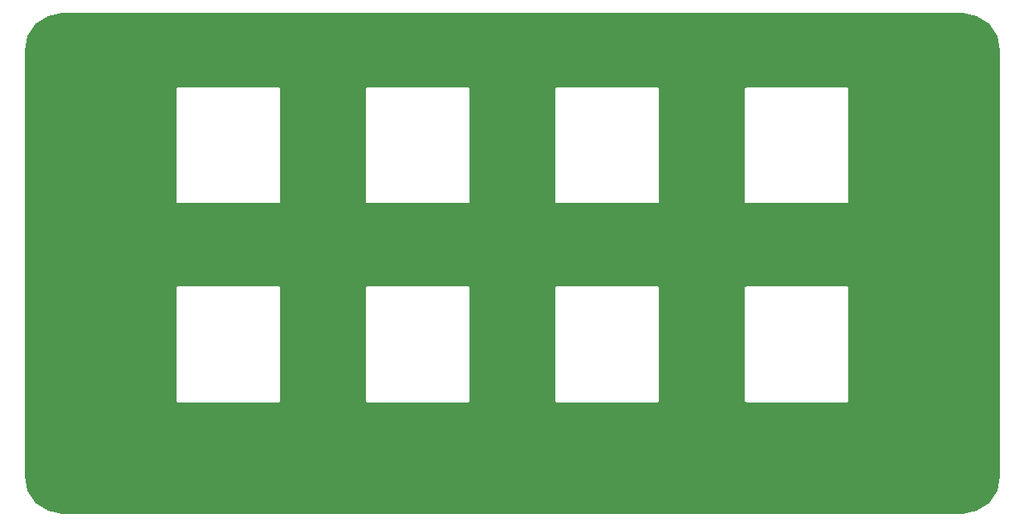
<source format=gbr>
G04 #@! TF.FileFunction,Copper,L1,Top,Signal*
%FSLAX46Y46*%
G04 Gerber Fmt 4.6, Leading zero omitted, Abs format (unit mm)*
G04 Created by KiCad (PCBNEW 4.0.4+e1-6308~48~ubuntu15.10.1-stable) date Thu Jan 25 11:02:50 2018*
%MOMM*%
%LPD*%
G01*
G04 APERTURE LIST*
%ADD10C,0.100000*%
%ADD11C,4.000000*%
%ADD12C,6.000000*%
%ADD13C,0.254000*%
G04 APERTURE END LIST*
D10*
D11*
X238013240Y-76570840D03*
D12*
X149164040Y-113101120D03*
X244190520Y-113090960D03*
X244190520Y-68102480D03*
X149153880Y-68102480D03*
D13*
G36*
X245638599Y-64570096D02*
X246874500Y-65395899D01*
X247700303Y-66631800D01*
X247993754Y-68107078D01*
X247993754Y-113092212D01*
X247700303Y-114567490D01*
X246874500Y-115803391D01*
X245638599Y-116629194D01*
X244163321Y-116922645D01*
X149178187Y-116922645D01*
X147702909Y-116629194D01*
X146467008Y-115803391D01*
X145641205Y-114567490D01*
X145347754Y-113092212D01*
X145347754Y-93099645D01*
X161098754Y-93099645D01*
X161098754Y-105199645D01*
X161112227Y-105267380D01*
X161150596Y-105324803D01*
X161208019Y-105363172D01*
X161275754Y-105376645D01*
X172075754Y-105376645D01*
X172143489Y-105363172D01*
X172200912Y-105324803D01*
X172239281Y-105267380D01*
X172252754Y-105199645D01*
X172252754Y-93099645D01*
X181098754Y-93099645D01*
X181098754Y-105199645D01*
X181112227Y-105267380D01*
X181150596Y-105324803D01*
X181208019Y-105363172D01*
X181275754Y-105376645D01*
X192075754Y-105376645D01*
X192143489Y-105363172D01*
X192200912Y-105324803D01*
X192239281Y-105267380D01*
X192252754Y-105199645D01*
X192252754Y-93099645D01*
X201088754Y-93099645D01*
X201088754Y-105199645D01*
X201102227Y-105267380D01*
X201140596Y-105324803D01*
X201198019Y-105363172D01*
X201265754Y-105376645D01*
X212065754Y-105376645D01*
X212133489Y-105363172D01*
X212190912Y-105324803D01*
X212229281Y-105267380D01*
X212242754Y-105199645D01*
X212242754Y-93099645D01*
X221088754Y-93099645D01*
X221088754Y-105199645D01*
X221102227Y-105267380D01*
X221140596Y-105324803D01*
X221198019Y-105363172D01*
X221265754Y-105376645D01*
X232065754Y-105376645D01*
X232133489Y-105363172D01*
X232190912Y-105324803D01*
X232229281Y-105267380D01*
X232242754Y-105199645D01*
X232242754Y-93099645D01*
X232229281Y-93031910D01*
X232190912Y-92974487D01*
X232133489Y-92936118D01*
X232065754Y-92922645D01*
X221265754Y-92922645D01*
X221198019Y-92936118D01*
X221140596Y-92974487D01*
X221102227Y-93031910D01*
X221088754Y-93099645D01*
X212242754Y-93099645D01*
X212229281Y-93031910D01*
X212190912Y-92974487D01*
X212133489Y-92936118D01*
X212065754Y-92922645D01*
X201265754Y-92922645D01*
X201198019Y-92936118D01*
X201140596Y-92974487D01*
X201102227Y-93031910D01*
X201088754Y-93099645D01*
X192252754Y-93099645D01*
X192239281Y-93031910D01*
X192200912Y-92974487D01*
X192143489Y-92936118D01*
X192075754Y-92922645D01*
X181275754Y-92922645D01*
X181208019Y-92936118D01*
X181150596Y-92974487D01*
X181112227Y-93031910D01*
X181098754Y-93099645D01*
X172252754Y-93099645D01*
X172239281Y-93031910D01*
X172200912Y-92974487D01*
X172143489Y-92936118D01*
X172075754Y-92922645D01*
X161275754Y-92922645D01*
X161208019Y-92936118D01*
X161150596Y-92974487D01*
X161112227Y-93031910D01*
X161098754Y-93099645D01*
X145347754Y-93099645D01*
X145347754Y-72099645D01*
X161098754Y-72099645D01*
X161098754Y-84199645D01*
X161112227Y-84267380D01*
X161150596Y-84324803D01*
X161208019Y-84363172D01*
X161275754Y-84376645D01*
X172075754Y-84376645D01*
X172143489Y-84363172D01*
X172200912Y-84324803D01*
X172239281Y-84267380D01*
X172252754Y-84199645D01*
X172252754Y-72099645D01*
X181098754Y-72099645D01*
X181098754Y-84199645D01*
X181112227Y-84267380D01*
X181150596Y-84324803D01*
X181208019Y-84363172D01*
X181275754Y-84376645D01*
X192075754Y-84376645D01*
X192143489Y-84363172D01*
X192200912Y-84324803D01*
X192239281Y-84267380D01*
X192252754Y-84199645D01*
X192252754Y-72099645D01*
X201088754Y-72099645D01*
X201088754Y-84199645D01*
X201102227Y-84267380D01*
X201140596Y-84324803D01*
X201198019Y-84363172D01*
X201265754Y-84376645D01*
X212065754Y-84376645D01*
X212133489Y-84363172D01*
X212190912Y-84324803D01*
X212229281Y-84267380D01*
X212242754Y-84199645D01*
X212242754Y-72099645D01*
X221088754Y-72099645D01*
X221088754Y-84199645D01*
X221102227Y-84267380D01*
X221140596Y-84324803D01*
X221198019Y-84363172D01*
X221265754Y-84376645D01*
X232065754Y-84376645D01*
X232133489Y-84363172D01*
X232190912Y-84324803D01*
X232229281Y-84267380D01*
X232242754Y-84199645D01*
X232242754Y-72099645D01*
X232229281Y-72031910D01*
X232190912Y-71974487D01*
X232133489Y-71936118D01*
X232065754Y-71922645D01*
X221265754Y-71922645D01*
X221198019Y-71936118D01*
X221140596Y-71974487D01*
X221102227Y-72031910D01*
X221088754Y-72099645D01*
X212242754Y-72099645D01*
X212229281Y-72031910D01*
X212190912Y-71974487D01*
X212133489Y-71936118D01*
X212065754Y-71922645D01*
X201265754Y-71922645D01*
X201198019Y-71936118D01*
X201140596Y-71974487D01*
X201102227Y-72031910D01*
X201088754Y-72099645D01*
X192252754Y-72099645D01*
X192239281Y-72031910D01*
X192200912Y-71974487D01*
X192143489Y-71936118D01*
X192075754Y-71922645D01*
X181275754Y-71922645D01*
X181208019Y-71936118D01*
X181150596Y-71974487D01*
X181112227Y-72031910D01*
X181098754Y-72099645D01*
X172252754Y-72099645D01*
X172239281Y-72031910D01*
X172200912Y-71974487D01*
X172143489Y-71936118D01*
X172075754Y-71922645D01*
X161275754Y-71922645D01*
X161208019Y-71936118D01*
X161150596Y-71974487D01*
X161112227Y-72031910D01*
X161098754Y-72099645D01*
X145347754Y-72099645D01*
X145347754Y-68107078D01*
X145641205Y-66631800D01*
X146467008Y-65395899D01*
X147702909Y-64570096D01*
X149178187Y-64276645D01*
X244163321Y-64276645D01*
X245638599Y-64570096D01*
X245638599Y-64570096D01*
G37*
X245638599Y-64570096D02*
X246874500Y-65395899D01*
X247700303Y-66631800D01*
X247993754Y-68107078D01*
X247993754Y-113092212D01*
X247700303Y-114567490D01*
X246874500Y-115803391D01*
X245638599Y-116629194D01*
X244163321Y-116922645D01*
X149178187Y-116922645D01*
X147702909Y-116629194D01*
X146467008Y-115803391D01*
X145641205Y-114567490D01*
X145347754Y-113092212D01*
X145347754Y-93099645D01*
X161098754Y-93099645D01*
X161098754Y-105199645D01*
X161112227Y-105267380D01*
X161150596Y-105324803D01*
X161208019Y-105363172D01*
X161275754Y-105376645D01*
X172075754Y-105376645D01*
X172143489Y-105363172D01*
X172200912Y-105324803D01*
X172239281Y-105267380D01*
X172252754Y-105199645D01*
X172252754Y-93099645D01*
X181098754Y-93099645D01*
X181098754Y-105199645D01*
X181112227Y-105267380D01*
X181150596Y-105324803D01*
X181208019Y-105363172D01*
X181275754Y-105376645D01*
X192075754Y-105376645D01*
X192143489Y-105363172D01*
X192200912Y-105324803D01*
X192239281Y-105267380D01*
X192252754Y-105199645D01*
X192252754Y-93099645D01*
X201088754Y-93099645D01*
X201088754Y-105199645D01*
X201102227Y-105267380D01*
X201140596Y-105324803D01*
X201198019Y-105363172D01*
X201265754Y-105376645D01*
X212065754Y-105376645D01*
X212133489Y-105363172D01*
X212190912Y-105324803D01*
X212229281Y-105267380D01*
X212242754Y-105199645D01*
X212242754Y-93099645D01*
X221088754Y-93099645D01*
X221088754Y-105199645D01*
X221102227Y-105267380D01*
X221140596Y-105324803D01*
X221198019Y-105363172D01*
X221265754Y-105376645D01*
X232065754Y-105376645D01*
X232133489Y-105363172D01*
X232190912Y-105324803D01*
X232229281Y-105267380D01*
X232242754Y-105199645D01*
X232242754Y-93099645D01*
X232229281Y-93031910D01*
X232190912Y-92974487D01*
X232133489Y-92936118D01*
X232065754Y-92922645D01*
X221265754Y-92922645D01*
X221198019Y-92936118D01*
X221140596Y-92974487D01*
X221102227Y-93031910D01*
X221088754Y-93099645D01*
X212242754Y-93099645D01*
X212229281Y-93031910D01*
X212190912Y-92974487D01*
X212133489Y-92936118D01*
X212065754Y-92922645D01*
X201265754Y-92922645D01*
X201198019Y-92936118D01*
X201140596Y-92974487D01*
X201102227Y-93031910D01*
X201088754Y-93099645D01*
X192252754Y-93099645D01*
X192239281Y-93031910D01*
X192200912Y-92974487D01*
X192143489Y-92936118D01*
X192075754Y-92922645D01*
X181275754Y-92922645D01*
X181208019Y-92936118D01*
X181150596Y-92974487D01*
X181112227Y-93031910D01*
X181098754Y-93099645D01*
X172252754Y-93099645D01*
X172239281Y-93031910D01*
X172200912Y-92974487D01*
X172143489Y-92936118D01*
X172075754Y-92922645D01*
X161275754Y-92922645D01*
X161208019Y-92936118D01*
X161150596Y-92974487D01*
X161112227Y-93031910D01*
X161098754Y-93099645D01*
X145347754Y-93099645D01*
X145347754Y-72099645D01*
X161098754Y-72099645D01*
X161098754Y-84199645D01*
X161112227Y-84267380D01*
X161150596Y-84324803D01*
X161208019Y-84363172D01*
X161275754Y-84376645D01*
X172075754Y-84376645D01*
X172143489Y-84363172D01*
X172200912Y-84324803D01*
X172239281Y-84267380D01*
X172252754Y-84199645D01*
X172252754Y-72099645D01*
X181098754Y-72099645D01*
X181098754Y-84199645D01*
X181112227Y-84267380D01*
X181150596Y-84324803D01*
X181208019Y-84363172D01*
X181275754Y-84376645D01*
X192075754Y-84376645D01*
X192143489Y-84363172D01*
X192200912Y-84324803D01*
X192239281Y-84267380D01*
X192252754Y-84199645D01*
X192252754Y-72099645D01*
X201088754Y-72099645D01*
X201088754Y-84199645D01*
X201102227Y-84267380D01*
X201140596Y-84324803D01*
X201198019Y-84363172D01*
X201265754Y-84376645D01*
X212065754Y-84376645D01*
X212133489Y-84363172D01*
X212190912Y-84324803D01*
X212229281Y-84267380D01*
X212242754Y-84199645D01*
X212242754Y-72099645D01*
X221088754Y-72099645D01*
X221088754Y-84199645D01*
X221102227Y-84267380D01*
X221140596Y-84324803D01*
X221198019Y-84363172D01*
X221265754Y-84376645D01*
X232065754Y-84376645D01*
X232133489Y-84363172D01*
X232190912Y-84324803D01*
X232229281Y-84267380D01*
X232242754Y-84199645D01*
X232242754Y-72099645D01*
X232229281Y-72031910D01*
X232190912Y-71974487D01*
X232133489Y-71936118D01*
X232065754Y-71922645D01*
X221265754Y-71922645D01*
X221198019Y-71936118D01*
X221140596Y-71974487D01*
X221102227Y-72031910D01*
X221088754Y-72099645D01*
X212242754Y-72099645D01*
X212229281Y-72031910D01*
X212190912Y-71974487D01*
X212133489Y-71936118D01*
X212065754Y-71922645D01*
X201265754Y-71922645D01*
X201198019Y-71936118D01*
X201140596Y-71974487D01*
X201102227Y-72031910D01*
X201088754Y-72099645D01*
X192252754Y-72099645D01*
X192239281Y-72031910D01*
X192200912Y-71974487D01*
X192143489Y-71936118D01*
X192075754Y-71922645D01*
X181275754Y-71922645D01*
X181208019Y-71936118D01*
X181150596Y-71974487D01*
X181112227Y-72031910D01*
X181098754Y-72099645D01*
X172252754Y-72099645D01*
X172239281Y-72031910D01*
X172200912Y-71974487D01*
X172143489Y-71936118D01*
X172075754Y-71922645D01*
X161275754Y-71922645D01*
X161208019Y-71936118D01*
X161150596Y-71974487D01*
X161112227Y-72031910D01*
X161098754Y-72099645D01*
X145347754Y-72099645D01*
X145347754Y-68107078D01*
X145641205Y-66631800D01*
X146467008Y-65395899D01*
X147702909Y-64570096D01*
X149178187Y-64276645D01*
X244163321Y-64276645D01*
X245638599Y-64570096D01*
M02*

</source>
